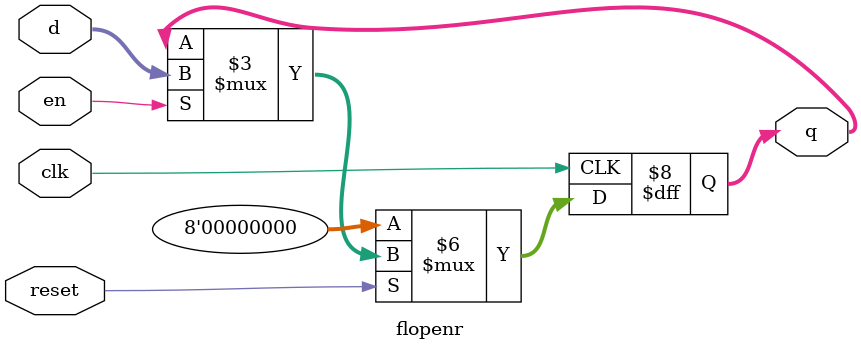
<source format=v>
module flopenr #(parameter WIDTH = 8)
                (input                  clk, reset, en,
                 input      [WIDTH-1:0] d, 
                 output reg [WIDTH-1:0] q);
 
   always @(posedge clk)
      if      (~reset) q <= 0;
      else if (en)     q <= d;
endmodule
</source>
